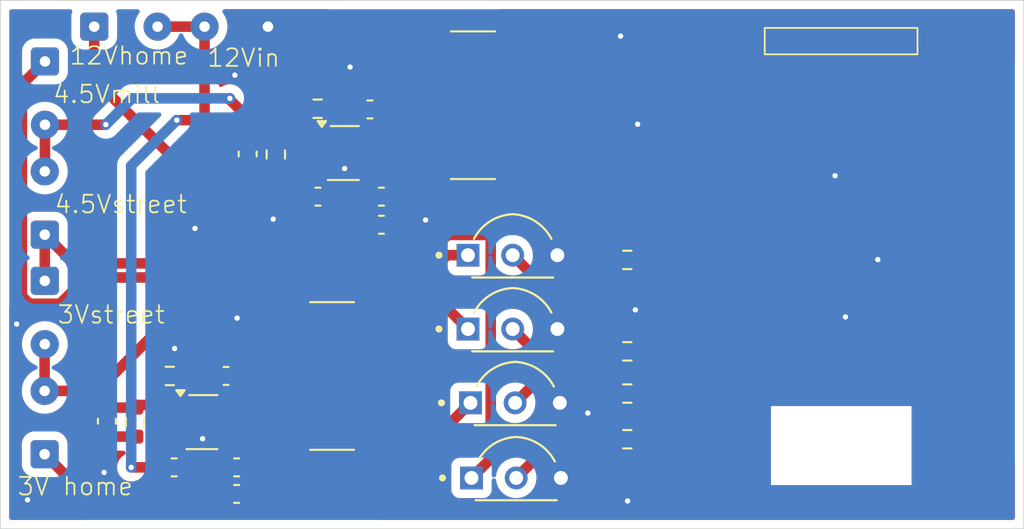
<source format=kicad_pcb>
(kicad_pcb (version 20241229) (generator "pcbnew") (generator_version "9.0")
  (layers (0 "F.Cu" signal) (2 "B.Cu" signal) (13 "F.Paste" user) (15 "B.Paste" user) (5 "F.SilkS" user "F.Silkscreen") (7 "B.SilkS" user "B.Silkscreen") (1 "F.Mask" user) (3 "B.Mask" user) (25 "Edge.Cuts" user))
  (net 0 "")
  (net 1 "GND")
  (net 2 "4.5V")
  (net 3 "Net-(U1-SW)")
  (net 4 "Net-(U1-BST)")
  (net 5 "Net-(U1-FB)")
  (net 6 "Net-(U2-SW)")
  (net 7 "Net-(U2-BST)")
  (net 8 "Net-(U2-FB)")
  (net 9 "Net-(Q1-B)")
  (net 10 "House 12V-")
  (net 11 "Net-(Q2-B)")
  (net 12 "Lanterns -")
  (net 13 "Net-(Q3-B)")
  (net 14 "Windmill -")
  (net 15 "Net-(Q4-B)")
  (net 16 "House 3V-")
  (net 17 "GPIO1")
  (net 18 "GPIO3")
  (net 19 "GPIO4")
  (net 31 "+12V")
  (net 32 "+3V0")
  (net 33 "GPIO5")
  (footprint "Capacitor_SMD:C_0603_1608Metric" (layer "F.Cu") (at 71.6 32.775 90)
    (property "Reference" "C4" (hide yes))
    (property "Value" "100pF" (hide yes))
    (fp_line (start -0.14058 -0.51) (end 0.14058 -0.51) (stroke (width 0.12)) (layer "F.SilkS"))
    (fp_line (start -0.14058 0.51) (end 0.14058 0.51) (stroke (width 0.12)) (layer "F.SilkS"))
    (pad "1" smd roundrect (at -0.775 0 90) (size 0.9 0.95) (layers "F.Cu" "F.Mask" "F.Paste") (net 2 "4.5V"))
    (pad "2" smd roundrect (at 0.775 0 90) (size 0.9 0.95) (layers "F.Cu" "F.Mask" "F.Paste") (net 5 "Net-(U1-FB)"))
  )
  (footprint "Connector_Wire:SolderWire-0.1sqmm_1x02_P3.6mm_D0.4mm_OD1mm" (layer "F.Cu") (at 60.06 49.85 90)
    (property "Reference" "J5" (hide yes))
    (property "Value" "Conn_01x02_Pin" (hide yes))
    (pad "1" thru_hole roundrect (at 0 0 90) (size 1.6 1.6) (drill 0.6) (layers "*.Cu" "*.Mask") (roundrect_rratio 0.15625) (net 16 "House 3V-"))
    (pad "2" thru_hole circle (at 3.6 0 90) (size 1.6 1.6) (drill 0.6) (layers "*.Cu" "*.Mask") (net 32 "+3V0"))
  )
  (footprint "Resistor_SMD:R_0603_1608Metric" (layer "F.Cu") (at 93.175 49 180)
    (property "Reference" "R5" (hide yes))
    (property "Value" "1K" (hide yes))
    (fp_line (start -0.237258 0.5225) (end 0.237258 0.5225) (stroke (width 0.12)) (layer "F.SilkS"))
    (fp_line (start -0.237258 -0.5225) (end 0.237258 -0.5225) (stroke (width 0.12)) (layer "F.SilkS"))
    (pad "1" smd roundrect (at -0.825 0 180) (size 0.8 0.95) (layers "F.Cu" "F.Mask" "F.Paste") (net 33 "GPIO5"))
    (pad "2" smd roundrect (at 0.825 0 180) (size 0.8 0.95) (layers "F.Cu" "F.Mask" "F.Paste") (net 9 "Net-(Q1-B)"))
  )
  (footprint "Capacitor_SMD:C_0603_1608Metric" (layer "F.Cu") (at 78.545 30.24 180)
    (property "Reference" "C3" (hide yes))
    (property "Value" "100nF" (hide yes))
    (fp_line (start -0.14058 0.51) (end 0.14058 0.51) (stroke (width 0.12)) (layer "F.SilkS"))
    (fp_line (start -0.14058 -0.51) (end 0.14058 -0.51) (stroke (width 0.12)) (layer "F.SilkS"))
    (pad "1" smd roundrect (at -0.775 0 180) (size 0.9 0.95) (layers "F.Cu" "F.Mask" "F.Paste") (net 3 "Net-(U1-SW)"))
    (pad "2" smd roundrect (at 0.775 0 180) (size 0.9 0.95) (layers "F.Cu" "F.Mask" "F.Paste") (net 4 "Net-(U1-BST)"))
  )
  (footprint "Resistor_SMD:R_0603_1608Metric" (layer "F.Cu") (at 65.2 48.025 90)
    (property "Reference" "R3" (hide yes))
    (property "Value" "27K" (hide yes))
    (fp_line (start -0.237258 -0.5225) (end 0.237258 -0.5225) (stroke (width 0.12)) (layer "F.SilkS"))
    (fp_line (start -0.237258 0.5225) (end 0.237258 0.5225) (stroke (width 0.12)) (layer "F.SilkS"))
    (pad "1" smd roundrect (at -0.825 0 90) (size 0.8 0.95) (layers "F.Cu" "F.Mask" "F.Paste") (net 32 "+3V0"))
    (pad "2" smd roundrect (at 0.825 0 90) (size 0.8 0.95) (layers "F.Cu" "F.Mask" "F.Paste") (net 8 "Net-(U2-FB)"))
  )
  (footprint "Package_TO_SOT_SMD:TSOT-23-6_HandSoldering" (layer "F.Cu") (at 77.033 32.6951)
    (property "Reference" "U1" (hide yes))
    (property "Value" "AP63200WU" (hide yes))
    (fp_line (start -0.88 1.56) (end 0.88 1.56) (stroke (width 0.12)) (layer "F.SilkS"))
    (fp_line (start 0.08 -1.51) (end -0.72 -1.51) (stroke (width 0.12)) (layer "F.SilkS"))
    (fp_line (start 0.08 -1.51) (end 0.88 -1.51) (stroke (width 0.12)) (layer "F.SilkS"))
    (fp_poly (pts (xy -1.22 -1.46) (xy -1.46 -1.79) (xy -0.98 -1.79) (xy -1.22 -1.46)) (stroke (width 0.12)) (fill yes) (layer "F.SilkS"))
    (pad "1" smd roundrect (at -1.71 -0.95) (size 2 0.65) (layers "F.Cu" "F.Mask" "F.Paste") (net 5 "Net-(U1-FB)"))
    (pad "2" smd roundrect (at -1.71 0) (size 2 0.65) (layers "F.Cu" "F.Mask" "F.Paste") (net 31 "+12V"))
    (pad "3" smd roundrect (at -1.71 0.95) (size 2 0.65) (layers "F.Cu" "F.Mask" "F.Paste") (net 31 "+12V"))
    (pad "4" smd roundrect (at 1.71 0.95) (size 2 0.65) (layers "F.Cu" "F.Mask" "F.Paste") (net 1 "GND"))
    (pad "5" smd roundrect (at 1.71 0) (size 2 0.65) (layers "F.Cu" "F.Mask" "F.Paste") (net 3 "Net-(U1-SW)"))
    (pad "6" smd roundrect (at 1.71 -0.95) (size 2 0.65) (layers "F.Cu" "F.Mask" "F.Paste") (net 4 "Net-(U1-BST)"))
  )
  (footprint "2n2222:TO92254P470H750-3" (layer "F.Cu") (at 86.66 40.4)
    (property "Reference" "Q3" (hide yes))
    (property "Value" "NPN")
    (fp_line (start -2.3 3.6) (end 2.3 3.6) (stroke (width 0.127)) (layer "F.SilkS"))
    (fp_arc (start -2.2 1.4) (mid -1.287564 0.405256) (end 0 0) (stroke (width 0.127)) (layer "F.SilkS"))
    (fp_arc (start 0 0) (mid 1.287564 0.405256) (end 2.2 1.4) (stroke (width 0.127)) (layer "F.SilkS"))
    (fp_circle (center -4.189 2.33) (end -4.089 2.33) (stroke (width 0.2)) (fill no) (layer "F.SilkS"))
    (pad "1" thru_hole rect (at -2.54 2.33) (size 1.298 1.298) (drill 0.79) (layers "*.Cu" "*.Mask") (net 14 "Windmill -"))
    (pad "2" thru_hole circle (at 0 2.33) (size 1.298 1.298) (drill 0.79) (layers "*.Cu" "*.Mask") (net 13 "Net-(Q3-B)"))
    (pad "3" thru_hole circle (at 2.54 2.33) (size 1.298 1.298) (drill 0.79) (layers "*.Cu" "*.Mask") (net 1 "GND"))
  )
  (footprint "Inductor_SMD:L_Bourns-SRN8040_8x8.15mm" (layer "F.Cu") (at 84.4 30)
    (property "Reference" "L1" (hide yes))
    (property "Value" "10uH" (hide yes))
    (fp_line (start -1.25 4.2) (end 1.25 4.2) (stroke (width 0.12)) (layer "F.SilkS"))
    (fp_line (start 1.25 -4.2) (end -1.25 -4.2) (stroke (width 0.12)) (layer "F.SilkS"))
    (pad "1" smd rect (at -2.8 0) (size 2.6 8.2) (layers "F.Cu" "F.Mask" "F.Paste") (net 3 "Net-(U1-SW)"))
    (pad "2" smd rect (at 2.8 0) (size 2.6 8.2) (layers "F.Cu" "F.Mask" "F.Paste") (net 2 "4.5V"))
  )
  (footprint "Capacitor_SMD:C_0603_1608Metric" (layer "F.Cu") (at 75.6 35.2)
    (property "Reference" "C1" (hide yes))
    (property "Value" "10uF" (hide yes))
    (fp_line (start -0.14058 -0.51) (end 0.14058 -0.51) (stroke (width 0.12)) (layer "F.SilkS"))
    (fp_line (start -0.14058 0.51) (end 0.14058 0.51) (stroke (width 0.12)) (layer "F.SilkS"))
    (pad "1" smd roundrect (at -0.775 0) (size 0.9 0.95) (layers "F.Cu" "F.Mask" "F.Paste") (net 31 "+12V"))
    (pad "2" smd roundrect (at 0.775 0) (size 0.9 0.95) (layers "F.Cu" "F.Mask" "F.Paste") (net 1 "GND"))
  )
  (footprint "2n2222:TO92254P470H750-3" (layer "F.Cu") (at 86.86 48.87)
    (property "Reference" "Q1" (hide yes))
    (property "Value" "NPN")
    (fp_line (start -2.3 3.6) (end 2.3 3.6) (stroke (width 0.127)) (layer "F.SilkS"))
    (fp_arc (start -2.2 1.4) (mid -1.287564 0.405256) (end 0 0) (stroke (width 0.127)) (layer "F.SilkS"))
    (fp_arc (start 0 0) (mid 1.287564 0.405256) (end 2.2 1.4) (stroke (width 0.127)) (layer "F.SilkS"))
    (fp_circle (center -4.189 2.33) (end -4.089 2.33) (stroke (width 0.2)) (fill no) (layer "F.SilkS"))
    (pad "1" thru_hole rect (at -2.54 2.33) (size 1.298 1.298) (drill 0.79) (layers "*.Cu" "*.Mask") (net 10 "House 12V-"))
    (pad "2" thru_hole circle (at 0 2.33) (size 1.298 1.298) (drill 0.79) (layers "*.Cu" "*.Mask") (net 9 "Net-(Q1-B)"))
    (pad "3" thru_hole circle (at 2.54 2.33) (size 1.298 1.298) (drill 0.79) (layers "*.Cu" "*.Mask") (net 1 "GND"))
  )
  (footprint "Inductor_SMD:L_Bourns-SRN8040_8x8.15mm" (layer "F.Cu") (at 76.4 45.4)
    (property "Reference" "L2" (hide yes))
    (property "Value" "10uH" (hide yes))
    (fp_line (start -1.25 4.2) (end 1.25 4.2) (stroke (width 0.12)) (layer "F.SilkS"))
    (fp_line (start 1.25 -4.2) (end -1.25 -4.2) (stroke (width 0.12)) (layer "F.SilkS"))
    (pad "1" smd rect (at -2.8 0) (size 2.6 8.2) (layers "F.Cu" "F.Mask" "F.Paste") (net 6 "Net-(U2-SW)"))
    (pad "2" smd rect (at 2.8 0) (size 2.6 8.2) (layers "F.Cu" "F.Mask" "F.Paste") (net 32 "+3V0"))
  )
  (footprint "Connector_Wire:SolderWire-0.1sqmm_1x02_P3.6mm_D0.4mm_OD1mm" (layer "F.Cu") (at 62.88 25.53)
    (property "Reference" "J1" (hide yes))
    (property "Value" "Conn_01x02_Pin" (hide yes))
    (pad "1" thru_hole roundrect (at 0 0) (size 1.6 1.6) (drill 0.6) (layers "*.Cu" "*.Mask") (roundrect_rratio 0.15625) (net 10 "House 12V-"))
    (pad "2" thru_hole circle (at 3.6 0) (size 1.6 1.6) (drill 0.6) (layers "*.Cu" "*.Mask") (net 31 "+12V"))
  )
  (footprint "Capacitor_SMD:C_0603_1608Metric" (layer "F.Cu") (at 79.2 35.2 180)
    (property "Reference" "C2" (hide yes))
    (property "Value" "22uF" (hide yes))
    (fp_line (start -0.14058 0.51) (end 0.14058 0.51) (stroke (width 0.12)) (layer "F.SilkS"))
    (fp_line (start -0.14058 -0.51) (end 0.14058 -0.51) (stroke (width 0.12)) (layer "F.SilkS"))
    (pad "1" smd roundrect (at -0.775 0 180) (size 0.9 0.95) (layers "F.Cu" "F.Mask" "F.Paste") (net 2 "4.5V"))
    (pad "2" smd roundrect (at 0.775 0 180) (size 0.9 0.95) (layers "F.Cu" "F.Mask" "F.Paste") (net 1 "GND"))
  )
  (footprint "Resistor_SMD:R_0603_1608Metric" (layer "F.Cu") (at 93.175 38.8 180)
    (property "Reference" "R6" (hide yes))
    (property "Value" "1K" (hide yes))
    (fp_line (start -0.237258 0.5225) (end 0.237258 0.5225) (stroke (width 0.12)) (layer "F.SilkS"))
    (fp_line (start -0.237258 -0.5225) (end 0.237258 -0.5225) (stroke (width 0.12)) (layer "F.SilkS"))
    (pad "1" smd roundrect (at -0.825 0 180) (size 0.8 0.95) (layers "F.Cu" "F.Mask" "F.Paste") (net 17 "GPIO1"))
    (pad "2" smd roundrect (at 0.825 0 180) (size 0.8 0.95) (layers "F.Cu" "F.Mask" "F.Paste") (net 11 "Net-(Q2-B)"))
  )
  (footprint "Connector_Wire:SolderWire-0.1sqmm_1x02_P3.6mm_D0.4mm_OD1mm" (layer "F.Cu") (at 60.07 39.99 -90)
    (property "Reference" "J3" (hide yes))
    (property "Value" "Conn_01x02_Pin" (hide yes))
    (pad "1" thru_hole roundrect (at 0 0 270) (size 1.6 1.6) (drill 0.6) (layers "*.Cu" "*.Mask") (roundrect_rratio 0.15625) (net 12 "Lanterns -"))
    (pad "2" thru_hole circle (at 3.6 0 270) (size 1.6 1.6) (drill 0.6) (layers "*.Cu" "*.Mask") (net 32 "+3V0"))
  )
  (footprint "Capacitor_SMD:C_0603_1608Metric" (layer "F.Cu") (at 70.975 50.6 180)
    (property "Reference" "C2.1" (hide yes))
    (property "Value" "22uF" (hide yes))
    (fp_line (start -0.14058 0.51) (end 0.14058 0.51) (stroke (width 0.12)) (layer "F.SilkS"))
    (fp_line (start -0.14058 -0.51) (end 0.14058 -0.51) (stroke (width 0.12)) (layer "F.SilkS"))
    (pad "1" smd roundrect (at -0.775 0 180) (size 0.9 0.95) (layers "F.Cu" "F.Mask" "F.Paste") (net 32 "+3V0"))
    (pad "2" smd roundrect (at 0.775 0 180) (size 0.9 0.95) (layers "F.Cu" "F.Mask" "F.Paste") (net 1 "GND"))
  )
  (footprint "Resistor_SMD:R_0603_1608Metric" (layer "F.Cu") (at 67.175 45.4)
    (property "Reference" "R4" (hide yes))
    (property "Value" "10k" (hide yes))
    (fp_line (start -0.237258 -0.5225) (end 0.237258 -0.5225) (stroke (width 0.12)) (layer "F.SilkS"))
    (fp_line (start -0.237258 0.5225) (end 0.237258 0.5225) (stroke (width 0.12)) (layer "F.SilkS"))
    (pad "1" smd roundrect (at -0.825 0) (size 0.8 0.95) (layers "F.Cu" "F.Mask" "F.Paste") (net 8 "Net-(U2-FB)"))
    (pad "2" smd roundrect (at 0.825 0) (size 0.8 0.95) (layers "F.Cu" "F.Mask" "F.Paste") (net 1 "GND"))
  )
  (footprint "Capacitor_SMD:C_0603_1608Metric" (layer "F.Cu") (at 70.375 45.4 180)
    (property "Reference" "C6" (hide yes))
    (property "Value" "100nF" (hide yes))
    (fp_line (start -0.14058 0.51) (end 0.14058 0.51) (stroke (width 0.12)) (layer "F.SilkS"))
    (fp_line (start -0.14058 -0.51) (end 0.14058 -0.51) (stroke (width 0.12)) (layer "F.SilkS"))
    (pad "1" smd roundrect (at -0.775 0 180) (size 0.9 0.95) (layers "F.Cu" "F.Mask" "F.Paste") (net 6 "Net-(U2-SW)"))
    (pad "2" smd roundrect (at 0.775 0 180) (size 0.9 0.95) (layers "F.Cu" "F.Mask" "F.Paste") (net 7 "Net-(U2-BST)"))
  )
  (footprint "Capacitor_SMD:C_0603_1608Metric" (layer "F.Cu") (at 79.2 36.8 180)
    (property "Reference" "C2.2" (hide yes))
    (property "Value" "22uF" (hide yes))
    (fp_line (start -0.14058 0.51) (end 0.14058 0.51) (stroke (width 0.12)) (layer "F.SilkS"))
    (fp_line (start -0.14058 -0.51) (end 0.14058 -0.51) (stroke (width 0.12)) (layer "F.SilkS"))
    (pad "1" smd roundrect (at -0.775 0 180) (size 0.9 0.95) (layers "F.Cu" "F.Mask" "F.Paste") (net 2 "4.5V"))
    (pad "2" smd roundrect (at 0.775 0 180) (size 0.9 0.95) (layers "F.Cu" "F.Mask" "F.Paste") (net 1 "GND"))
  )
  (footprint "esp32 c6:Waveshare-ESP32-C6-Zero" (layer "F.Cu") (at 104.8338 38.604)
    (property "Reference" "U3" (hide yes))
    (property "Value" "~" (hide yes))
    (fp_rect (start -3.85 -11.5) (end 4.83 -13) (stroke (width 0.1)) (fill no) (layer "F.SilkS"))
    (pad "1" smd rect (at -7.74 -9.91) (size 3 1.5) (layers "F.Cu" "F.Mask" "F.Paste") (net 2 "4.5V"))
    (pad "2" smd rect (at -7.74 -7.37) (size 3 1.5) (layers "F.Cu" "F.Mask" "F.Paste") (net 1 "GND"))
    (pad "3" smd rect (at -7.74 -4.83) (size 3 1.5) (layers "F.Cu" "F.Mask" "F.Paste"))
    (pad "4" smd rect (at -7.74 -2.29) (size 3 1.5) (layers "F.Cu" "F.Mask" "F.Paste"))
    (pad "5" smd rect (at -7.74 0.25) (size 3 1.5) (layers "F.Cu" "F.Mask" "F.Paste") (net 17 "GPIO1"))
    (pad "6" smd rect (at -7.74 2.79) (size 3 1.5) (layers "F.Cu" "F.Mask" "F.Paste"))
    (pad "7" smd rect (at -7.74 5.33) (size 3 1.5) (layers "F.Cu" "F.Mask" "F.Paste") (net 18 "GPIO3"))
    (pad "8" smd rect (at -7.74 7.87) (size 3 1.5) (layers "F.Cu" "F.Mask" "F.Paste") (net 19 "GPIO4"))
    (pad "9" smd rect (at -7.74 10.41) (size 3 1.5) (layers "F.Cu" "F.Mask" "F.Paste") (net 33 "GPIO5"))
    (pad "10" smd rect (at 8.75 10.41) (size 3 1.5) (layers "F.Cu" "F.Mask" "F.Paste"))
    (pad "11" smd rect (at 8.75 7.87) (size 3 1.5) (layers "F.Cu" "F.Mask" "F.Paste"))
    (pad "12" smd rect (at 8.75 5.33) (size 3 1.5) (layers "F.Cu" "F.Mask" "F.Paste"))
    (pad "13" smd rect (at 8.75 2.79) (size 3 1.5) (layers "F.Cu" "F.Mask" "F.Paste"))
    (pad "14" smd rect (at 8.75 0.25) (size 3 1.5) (layers "F.Cu" "F.Mask" "F.Paste"))
    (pad "15" smd rect (at 8.75 -2.29) (size 3 1.5) (layers "F.Cu" "F.Mask" "F.Paste"))
    (pad "16" smd rect (at 8.75 -4.83) (size 3 1.5) (layers "F.Cu" "F.Mask" "F.Paste"))
    (pad "17" smd rect (at 8.75 -7.37) (size 3 1.5) (layers "F.Cu" "F.Mask" "F.Paste"))
    (pad "18" smd rect (at 8.75 -9.91) (size 3 1.5) (layers "F.Cu" "F.Mask" "F.Paste"))
    (zone (net 0) (net_name "") (layers "F.Cu" "B.Cu") (connect_pads (clearance 0)) (min_thickness 0.25)
      (keepout (tracks not_allowed) (vias not_allowed) (pads not_allowed) (copperpour not_allowed) (footprints not_allowed))
      (fill (thermal_gap 0.5) (thermal_bridge_width 0.5))
      (polygon (pts (xy 101.3338 47.104) (xy 109.3338 47.104) (xy 109.3338 51.604) (xy 101.3338 51.604)))
    )
  )
  (footprint "2n2222:TO92254P470H750-3" (layer "F.Cu") (at 86.8 44.6)
    (property "Reference" "Q4" (hide yes))
    (property "Value" "NPN")
    (fp_line (start -2.3 3.6) (end 2.3 3.6) (stroke (width 0.127)) (layer "F.SilkS"))
    (fp_arc (start -2.2 1.4) (mid -1.287564 0.405256) (end 0 0) (stroke (width 0.127)) (layer "F.SilkS"))
    (fp_arc (start 0 0) (mid 1.287564 0.405256) (end 2.2 1.4) (stroke (width 0.127)) (layer "F.SilkS"))
    (fp_circle (center -4.189 2.33) (end -4.089 2.33) (stroke (width 0.2)) (fill no) (layer "F.SilkS"))
    (pad "1" thru_hole rect (at -2.54 2.33) (size 1.298 1.298) (drill 0.79) (layers "*.Cu" "*.Mask") (net 16 "House 3V-"))
    (pad "2" thru_hole circle (at 0 2.33) (size 1.298 1.298) (drill 0.79) (layers "*.Cu" "*.Mask") (net 15 "Net-(Q4-B)"))
    (pad "3" thru_hole circle (at 2.54 2.33) (size 1.298 1.298) (drill 0.79) (layers "*.Cu" "*.Mask") (net 1 "GND"))
  )
  (footprint "Capacitor_SMD:C_0603_1608Metric" (layer "F.Cu") (at 63.6 47.975 90)
    (property "Reference" "C7" (hide yes))
    (property "Value" "100pF" (hide yes))
    (fp_line (start -0.14058 -0.51) (end 0.14058 -0.51) (stroke (width 0.12)) (layer "F.SilkS"))
    (fp_line (start -0.14058 0.51) (end 0.14058 0.51) (stroke (width 0.12)) (layer "F.SilkS"))
    (pad "1" smd roundrect (at -0.775 0 90) (size 0.9 0.95) (layers "F.Cu" "F.Mask" "F.Paste") (net 32 "+3V0"))
    (pad "2" smd roundrect (at 0.775 0 90) (size 0.9 0.95) (layers "F.Cu" "F.Mask" "F.Paste") (net 8 "Net-(U2-FB)"))
  )
  (footprint "Resistor_SMD:R_0603_1608Metric" (layer "F.Cu") (at 93.175 46.4 180)
    (property "Reference" "R8" (hide yes))
    (property "Value" "1K" (hide yes))
    (fp_line (start -0.237258 0.5225) (end 0.237258 0.5225) (stroke (width 0.12)) (layer "F.SilkS"))
    (fp_line (start -0.237258 -0.5225) (end 0.237258 -0.5225) (stroke (width 0.12)) (layer "F.SilkS"))
    (pad "1" smd roundrect (at -0.825 0 180) (size 0.8 0.95) (layers "F.Cu" "F.Mask" "F.Paste") (net 19 "GPIO4"))
    (pad "2" smd roundrect (at 0.825 0 180) (size 0.8 0.95) (layers "F.Cu" "F.Mask" "F.Paste") (net 15 "Net-(Q4-B)"))
  )
  (footprint "Resistor_SMD:R_0603_1608Metric" (layer "F.Cu") (at 93.175 44 180)
    (property "Reference" "R7" (hide yes))
    (property "Value" "1K" (hide yes))
    (fp_line (start -0.237258 0.5225) (end 0.237258 0.5225) (stroke (width 0.12)) (layer "F.SilkS"))
    (fp_line (start -0.237258 -0.5225) (end 0.237258 -0.5225) (stroke (width 0.12)) (layer "F.SilkS"))
    (pad "1" smd roundrect (at -0.825 0 180) (size 0.8 0.95) (layers "F.Cu" "F.Mask" "F.Paste") (net 18 "GPIO3"))
    (pad "2" smd roundrect (at 0.825 0 180) (size 0.8 0.95) (layers "F.Cu" "F.Mask" "F.Paste") (net 13 "Net-(Q3-B)"))
  )
  (footprint "Resistor_SMD:R_0603_1608Metric" (layer "F.Cu") (at 73.2 32.8 90)
    (property "Reference" "R1" (hide yes))
    (property "Value" "51K" (hide yes))
    (fp_line (start -0.237258 -0.5225) (end 0.237258 -0.5225) (stroke (width 0.12)) (layer "F.SilkS"))
    (fp_line (start -0.237258 0.5225) (end 0.237258 0.5225) (stroke (width 0.12)) (layer "F.SilkS"))
    (pad "1" smd roundrect (at -0.825 0 90) (size 0.8 0.95) (layers "F.Cu" "F.Mask" "F.Paste") (net 2 "4.5V"))
    (pad "2" smd roundrect (at 0.825 0 90) (size 0.8 0.95) (layers "F.Cu" "F.Mask" "F.Paste") (net 5 "Net-(U1-FB)"))
  )
  (footprint "Connector_Wire:SolderWire-0.1sqmm_1x02_P3.6mm_D0.4mm_OD1mm" (layer "F.Cu") (at 72.75 25.53 180)
    (property "Reference" "J6" (hide yes))
    (property "Value" "Conn_01x02_Pin" (hide yes))
    (pad "1" thru_hole roundrect (at 0 0 180) (size 1.6 1.6) (drill 0.6) (layers "*.Cu" "*.Mask") (roundrect_rratio 0.15625) (net 1 "GND"))
    (pad "2" thru_hole circle (at 3.6 0 180) (size 1.6 1.6) (drill 0.6) (layers "*.Cu" "*.Mask") (net 31 "+12V"))
  )
  (footprint "Capacitor_SMD:C_0603_1608Metric" (layer "F.Cu") (at 70.975 52.11 180)
    (property "Reference" "C8" (hide yes))
    (property "Value" "22uF" (hide yes))
    (fp_line (start -0.14058 0.51) (end 0.14058 0.51) (stroke (width 0.12)) (layer "F.SilkS"))
    (fp_line (start -0.14058 -0.51) (end 0.14058 -0.51) (stroke (width 0.12)) (layer "F.SilkS"))
    (pad "1" smd roundrect (at -0.775 0 180) (size 0.9 0.95) (layers "F.Cu" "F.Mask" "F.Paste") (net 32 "+3V0"))
    (pad "2" smd roundrect (at 0.775 0 180) (size 0.9 0.95) (layers "F.Cu" "F.Mask" "F.Paste") (net 1 "GND"))
  )
  (footprint "Connector_Wire:SolderWire-0.1sqmm_1x02_P3.6mm_D0.4mm_OD1mm" (layer "F.Cu") (at 60.08 27.51 -90)
    (property "Reference" "J4" (hide yes))
    (property "Value" "Conn_01x02_Pin" (hide yes))
    (pad "1" thru_hole roundrect (at 0 0 270) (size 1.6 1.6) (drill 0.6) (layers "*.Cu" "*.Mask") (roundrect_rratio 0.15625) (net 14 "Windmill -"))
    (pad "2" thru_hole circle (at 3.6 0 270) (size 1.6 1.6) (drill 0.6) (layers "*.Cu" "*.Mask") (net 2 "4.5V"))
  )
  (footprint "Capacitor_SMD:C_0603_1608Metric" (layer "F.Cu") (at 67.425 50.6)
    (property "Reference" "C5" (hide yes))
    (property "Value" "10uF" (hide yes))
    (fp_line (start -0.14058 -0.51) (end 0.14058 -0.51) (stroke (width 0.12)) (layer "F.SilkS"))
    (fp_line (start -0.14058 0.51) (end 0.14058 0.51) (stroke (width 0.12)) (layer "F.SilkS"))
    (pad "1" smd roundrect (at -0.775 0) (size 0.9 0.95) (layers "F.Cu" "F.Mask" "F.Paste") (net 31 "+12V"))
    (pad "2" smd roundrect (at 0.775 0) (size 0.9 0.95) (layers "F.Cu" "F.Mask" "F.Paste") (net 1 "GND"))
  )
  (footprint "2n2222:TO92254P470H750-3" (layer "F.Cu") (at 86.66 36.2)
    (property "Reference" "Q2" (hide yes))
    (property "Value" "NPN")
    (fp_line (start -2.3 3.6) (end 2.3 3.6) (stroke (width 0.127)) (layer "F.SilkS"))
    (fp_arc (start -2.2 1.4) (mid -1.287564 0.405256) (end 0 0) (stroke (width 0.127)) (layer "F.SilkS"))
    (fp_arc (start 0 0) (mid 1.287564 0.405256) (end 2.2 1.4) (stroke (width 0.127)) (layer "F.SilkS"))
    (fp_circle (center -4.189 2.33) (end -4.089 2.33) (stroke (width 0.2)) (fill no) (layer "F.SilkS"))
    (pad "1" thru_hole rect (at -2.54 2.33) (size 1.298 1.298) (drill 0.79) (layers "*.Cu" "*.Mask") (net 12 "Lanterns -"))
    (pad "2" thru_hole circle (at 0 2.33) (size 1.298 1.298) (drill 0.79) (layers "*.Cu" "*.Mask") (net 11 "Net-(Q2-B)"))
    (pad "3" thru_hole circle (at 2.54 2.33) (size 1.298 1.298) (drill 0.79) (layers "*.Cu" "*.Mask") (net 1 "GND"))
  )
  (footprint "Connector_Wire:SolderWire-0.1sqmm_1x02_P3.6mm_D0.4mm_OD1mm" (layer "F.Cu") (at 60.07 37.3628 90)
    (property "Reference" "J2" (hide yes))
    (property "Value" "Conn_01x02_Pin" (hide yes))
    (pad "1" thru_hole roundrect (at 0 0 90) (size 1.6 1.6) (drill 0.6) (layers "*.Cu" "*.Mask") (roundrect_rratio 0.15625) (net 12 "Lanterns -"))
    (pad "2" thru_hole circle (at 3.6 0 90) (size 1.6 1.6) (drill 0.6) (layers "*.Cu" "*.Mask") (net 2 "4.5V"))
  )
  (footprint "Package_TO_SOT_SMD:TSOT-23-6_HandSoldering" (layer "F.Cu") (at 69 48)
    (property "Reference" "U2" (hide yes))
    (property "Value" "AP63200WU" (hide yes))
    (fp_line (start -0.88 1.56) (end 0.88 1.56) (stroke (width 0.12)) (layer "F.SilkS"))
    (fp_line (start 0.08 -1.51) (end -0.72 -1.51) (stroke (width 0.12)) (layer "F.SilkS"))
    (fp_line (start 0.08 -1.51) (end 0.88 -1.51) (stroke (width 0.12)) (layer "F.SilkS"))
    (fp_poly (pts (xy -1.22 -1.46) (xy -1.46 -1.79) (xy -0.98 -1.79) (xy -1.22 -1.46)) (stroke (width 0.12)) (fill yes) (layer "F.SilkS"))
    (pad "1" smd roundrect (at -1.71 -0.95) (size 2 0.65) (layers "F.Cu" "F.Mask" "F.Paste") (net 8 "Net-(U2-FB)"))
    (pad "2" smd roundrect (at -1.71 0) (size 2 0.65) (layers "F.Cu" "F.Mask" "F.Paste") (net 31 "+12V"))
    (pad "3" smd roundrect (at -1.71 0.95) (size 2 0.65) (layers "F.Cu" "F.Mask" "F.Paste") (net 31 "+12V"))
    (pad "4" smd roundrect (at 1.71 0.95) (size 2 0.65) (layers "F.Cu" "F.Mask" "F.Paste") (net 1 "GND"))
    (pad "5" smd roundrect (at 1.71 0) (size 2 0.65) (layers "F.Cu" "F.Mask" "F.Paste") (net 6 "Net-(U2-SW)"))
    (pad "6" smd roundrect (at 1.71 -0.95) (size 2 0.65) (layers "F.Cu" "F.Mask" "F.Paste") (net 7 "Net-(U2-BST)"))
  )
  (footprint "Resistor_SMD:R_0603_1608Metric" (layer "F.Cu") (at 75.575 30.2)
    (property "Reference" "R2" (hide yes))
    (property "Value" "10k" (hide yes))
    (fp_line (start -0.237258 -0.5225) (end 0.237258 -0.5225) (stroke (width 0.12)) (layer "F.SilkS"))
    (fp_line (start -0.237258 0.5225) (end 0.237258 0.5225) (stroke (width 0.12)) (layer "F.SilkS"))
    (pad "1" smd roundrect (at -0.825 0) (size 0.8 0.95) (layers "F.Cu" "F.Mask" "F.Paste") (net 5 "Net-(U1-FB)"))
    (pad "2" smd roundrect (at 0.825 0) (size 0.8 0.95) (layers "F.Cu" "F.Mask" "F.Paste") (net 1 "GND"))
  )
  (gr_rect (start 57.55 24.04) (end 115.7 54.09) (stroke (width 0.05)) (fill no) (layer "Edge.Cuts"))
  (gr_text "4.5Vmill\n" (at 60.47 29.96 0) (layer "F.SilkS") (effects (font (size 1 1) (thickness 0.1)) (justify left bottom)))
  (gr_text "3V home\n" (at 58.45 52.27 0) (layer "F.SilkS") (effects (font (size 1 1) (thickness 0.1)) (justify left bottom)))
  (gr_text "12Vhome\n" (at 61.41 27.77 0) (layer "F.SilkS") (effects (font (size 1 1) (thickness 0.1)) (justify left bottom)))
  (gr_text "12Vin\n" (at 69.23 27.89 0) (layer "F.SilkS") (effects (font (size 1 1) (thickness 0.1)) (justify left bottom)))
  (gr_text "4.5Vstreet\n" (at 60.56 36.22 0) (layer "F.SilkS") (effects (font (size 1 1) (thickness 0.1)) (justify left bottom)))
  (gr_text "3Vstreet\n" (at 60.73 42.5 0) (layer "F.SilkS") (effects (font (size 1 1) (thickness 0.1)) (justify left bottom)))
  (via (at 92.79 26.07) (size 0.6) (drill 0.3) (layers "F.Cu" "B.Cu") (net 1))
  (via (at 90.93 47.51) (size 0.6) (drill 0.3) (layers "F.Cu" "B.Cu") (net 1))
  (via (at 93.63 41.64) (size 0.6) (drill 0.3) (layers "F.Cu" "B.Cu") (net 1))
  (via (at 77.42 27.83) (size 0.6) (drill 0.3) (layers "F.Cu" "B.Cu") (net 1))
  (via (at 93.19 52.51) (size 0.6) (drill 0.3) (layers "F.Cu" "B.Cu") (net 1))
  (via (at 69.04 48.97) (size 0.6) (drill 0.3) (layers "F.Cu" "B.Cu") (net 1))
  (via (at 59.09 52.45) (size 0.6) (drill 0.3) (layers "F.Cu" "B.Cu") (net 1))
  (via (at 58.47 42.45) (size 0.6) (drill 0.3) (layers "F.Cu" "B.Cu") (net 1))
  (via (at 105.57 42.04) (size 0.6) (drill 0.3) (layers "F.Cu" "B.Cu") (net 1))
  (via (at 70.87 28.29) (size 0.6) (drill 0.3) (layers "F.Cu" "B.Cu") (net 1))
  (via (at 63.44 50.89) (size 0.6) (drill 0.3) (layers "F.Cu" "B.Cu") (net 1))
  (via (at 81.71 36.53) (size 0.6) (drill 0.3) (layers "F.Cu" "B.Cu") (net 1))
  (via (at 73.05 36.48) (size 0.6) (drill 0.3) (layers "F.Cu" "B.Cu") (net 1))
  (via (at 104.98 34.01) (size 0.6) (drill 0.3) (layers "F.Cu" "B.Cu") (net 1))
  (via (at 93.76 31.08) (size 0.6) (drill 0.3) (layers "F.Cu" "B.Cu") (net 1))
  (via (at 68.6054 37.0078) (size 0.6) (drill 0.3) (layers "F.Cu" "B.Cu") (net 1))
  (via (at 67.45 43.84) (size 0.6) (drill 0.3) (layers "F.Cu" "B.Cu") (net 1))
  (via (at 77.11 33.6) (size 0.6) (drill 0.3) (layers "F.Cu" "B.Cu") (net 1))
  (via (at 107.41 38.78) (size 0.6) (drill 0.3) (layers "F.Cu" "B.Cu") (net 1))
  (via (at 71 42.11) (size 0.6) (drill 0.3) (layers "F.Cu" "B.Cu") (net 1))
  (segment (start 87.2 32.8) (end 84.8 35.2) (width 0.6) (layer "F.Cu") (net 2))
  (segment (start 60.08 31.11) (end 60.08 33.7528) (width 0.6) (layer "F.Cu") (net 2))
  (segment (start 71.496023 30.596023) (end 76.892046 25.2) (width 0.6) (layer "F.Cu") (net 2))
  (segment (start 60.08 33.7528) (end 60.07 33.7628) (width 0.6) (layer "F.Cu") (net 2))
  (segment (start 97.0938 28.694) (end 88.506 28.694) (width 0.6) (layer "F.Cu") (net 2))
  (segment (start 87.2 30) (end 87.2 27.2) (width 0.6) (layer "F.Cu") (net 2))
  (segment (start 70.59 29.69) (end 71.496023 30.596023) (width 0.6) (layer "F.Cu") (net 2))
  (segment (start 71.6 33.55) (end 73.125 33.55) (width 0.6) (layer "F.Cu") (net 2))
  (segment (start 70.624 31.468046) (end 71.496023 30.596023) (width 0.6) (layer "F.Cu") (net 2))
  (segment (start 87.2 27.2) (end 85.2 25.2) (width 0.6) (layer "F.Cu") (net 2))
  (segment (start 79.975 35.2) (end 79.975 36.8) (width 0.6) (layer "F.Cu") (net 2))
  (segment (start 87.2 30) (end 87.2 32.8) (width 0.6) (layer "F.Cu") (net 2))
  (segment (start 63.53 31.11) (end 63.54 31.1) (width 0.6) (layer "F.Cu") (net 2))
  (segment (start 73.125 33.55) (end 73.2 33.625) (width 0.6) (layer "F.Cu") (net 2))
  (segment (start 70.624 32.574) (end 70.624 31.468046) (width 0.6) (layer "F.Cu") (net 2))
  (segment (start 76.892046 25.2) (end 85.2 25.2) (width 0.6) (layer "F.Cu") (net 2))
  (segment (start 88.506 28.694) (end 87.2 30) (width 0.6) (layer "F.Cu") (net 2))
  (segment (start 70.59 29.61) (end 70.59 29.69) (width 0.6) (layer "F.Cu") (net 2))
  (segment (start 60.08 31.11) (end 63.53 31.11) (width 0.6) (layer "F.Cu") (net 2))
  (segment (start 71.6 33.55) (end 70.624 32.574) (width 0.6) (layer "F.Cu") (net 2))
  (segment (start 84.8 35.2) (end 79.975 35.2) (width 0.6) (layer "F.Cu") (net 2))
  (via (at 70.59 29.61) (size 0.6) (drill 0.3) (layers "F.Cu" "B.Cu") (net 2))
  (via (at 63.54 31.1) (size 0.6) (drill 0.3) (layers "F.Cu" "B.Cu") (net 2))
  (segment (start 65.03 29.61) (end 70.59 29.61) (width 0.6) (layer "B.Cu") (net 2))
  (segment (start 63.54 31.1) (end 65.03 29.61) (width 0.6) (layer "B.Cu") (net 2))
  (segment (start 81.6 30) (end 81.6 32.66) (width 0.6) (layer "F.Cu") (net 3))
  (segment (start 79.32 30.24) (end 81.36 30.24) (width 0.6) (layer "F.Cu") (net 3))
  (segment (start 78.743 32.6951) (end 80.2151 32.6951) (width 0.6) (layer "F.Cu") (net 3))
  (segment (start 81.6 32.66) (end 81.57 32.69) (width 0.6) (layer "F.Cu") (net 3))
  (segment (start 80.2151 32.6951) (end 80.2202 32.69) (width 0.6) (layer "F.Cu") (net 3))
  (segment (start 80.2202 32.69) (end 81.57 32.69) (width 0.6) (layer "F.Cu") (net 3))
  (segment (start 81.36 30.24) (end 81.6 30) (width 0.6) (layer "F.Cu") (net 3))
  (segment (start 77.825 30.8271) (end 77.825 30.4) (width 0.6) (layer "F.Cu") (net 4))
  (segment (start 78.743 31.7451) (end 77.825 30.8271) (width 0.6) (layer "F.Cu") (net 4))
  (segment (start 73.2 31.75) (end 74.75 30.2) (width 0.6) (layer "F.Cu") (net 5))
  (segment (start 73.2 31.975) (end 73.2 31.75) (width 0.6) (layer "F.Cu") (net 5))
  (segment (start 73.4299 31.7451) (end 75.323 31.7451) (width 0.6) (layer "F.Cu") (net 5))
  (segment (start 73.2 31.975) (end 73.4299 31.7451) (width 0.6) (layer "F.Cu") (net 5))
  (segment (start 73.175 32) (end 73.2 31.975) (width 0.6) (layer "F.Cu") (net 5))
  (segment (start 71.6 32) (end 73.175 32) (width 0.6) (layer "F.Cu") (net 5))
  (segment (start 71.702834 48) (end 72.211 47.491834) (width 0.6) (layer "F.Cu") (net 6))
  (segment (start 72.211 45.611) (end 72 45.4) (width 0.6) (layer "F.Cu") (net 6))
  (segment (start 70.71 48) (end 71.702834 48) (width 0.6) (layer "F.Cu") (net 6))
  (segment (start 72.211 47.491834) (end 72.211 45.611) (width 0.6) (layer "F.Cu") (net 6))
  (segment (start 72 45.4) (end 73.6 45.4) (width 0.6) (layer "F.Cu") (net 6))
  (segment (start 71.15 45.4) (end 72 45.4) (width 0.6) (layer "F.Cu") (net 6))
  (segment (start 69.6 45.94) (end 70.71 47.05) (width 0.6) (layer "F.Cu") (net 7))
  (segment (start 69.6 45.4) (end 69.6 45.94) (width 0.6) (layer "F.Cu") (net 7))
  (segment (start 63.6 47.2) (end 65.2 47.2) (width 0.6) (layer "F.Cu") (net 8))
  (segment (start 65.2 47.2) (end 65.35 47.05) (width 0.6) (layer "F.Cu") (net 8))
  (segment (start 66.35 45.4) (end 66.35 46.9) (width 0.6) (layer "F.Cu") (net 8))
  (segment (start 65.35 47.05) (end 66.2 47.05) (width 0.6) (layer "F.Cu") (net 8))
  (segment (start 66.35 46.9) (end 66.2 47.05) (width 0.6) (layer "F.Cu") (net 8))
  (segment (start 66.2 47.05) (end 67.29 47.05) (width 0.6) (layer "F.Cu") (net 8))
  (segment (start 92.35 49) (end 89.06 49) (width 0.6) (layer "F.Cu") (net 9))
  (segment (start 89.06 49) (end 86.86 51.2) (width 0.6) (layer "F.Cu") (net 9))
  (segment (start 82.574 37.776) (end 82.97 37.38) (width 0.6) (layer "F.Cu") (net 10))
  (segment (start 85.27 37.38) (end 85.41 37.52) (width 0.6) (layer "F.Cu") (net 10))
  (segment (start 72.136998 37.776) (end 82.574 37.776) (width 0.6) (layer "F.Cu") (net 10))
  (segment (start 82.97 37.38) (end 85.27 37.38) (width 0.6) (layer "F.Cu") (net 10))
  (segment (start 85.41 37.52) (end 85.41 50.11) (width 0.6) (layer "F.Cu") (net 10))
  (segment (start 62.88 28.519002) (end 72.136998 37.776) (width 0.6) (layer "F.Cu") (net 10))
  (segment (start 85.41 50.11) (end 84.32 51.2) (width 0.6) (layer "F.Cu") (net 10))
  (segment (start 62.88 25.53) (end 62.88 28.519002) (width 0.6) (layer "F.Cu") (net 10))
  (segment (start 87.81 39.68) (end 86.66 38.53) (width 0.6) (layer "F.Cu") (net 11))
  (segment (start 91.47 39.68) (end 87.81 39.68) (width 0.6) (layer "F.Cu") (net 11))
  (segment (start 92.35 38.8) (end 91.47 39.68) (width 0.6) (layer "F.Cu") (net 11))
  (segment (start 82.458 38.998) (end 82.46 39) (width 0.6) (layer "F.Cu") (net 12))
  (segment (start 60.07 37.3628) (end 61.7052 38.998) (width 0.6) (layer "F.Cu") (net 12))
  (segment (start 61.7052 38.998) (end 82.458 38.998) (width 0.6) (layer "F.Cu") (net 12))
  (segment (start 60.07 39.99) (end 60.07 37.3628) (width 0.6) (layer "F.Cu") (net 12))
  (segment (start 82.46 39) (end 82.46 38.996) (width 0.6) (layer "F.Cu") (net 12))
  (segment (start 82.926 38.53) (end 84.12 38.53) (width 0.6) (layer "F.Cu") (net 12))
  (segment (start 82.46 38.996) (end 82.926 38.53) (width 0.6) (layer "F.Cu") (net 12))
  (segment (start 87.93 44) (end 86.66 42.73) (width 0.6) (layer "F.Cu") (net 13))
  (segment (start 92.35 44) (end 87.93 44) (width 0.6) (layer "F.Cu") (net 13))
  (segment (start 60.08 27.51) (end 58.769 28.821) (width 0.6) (layer "F.Cu") (net 14))
  (segment (start 62.430002 39.799) (end 81.189 39.799) (width 0.6) (layer "F.Cu") (net 14))
  (segment (start 58.769 40.858002) (end 59.201998 41.291) (width 0.6) (layer "F.Cu") (net 14))
  (segment (start 60.938002 41.291) (end 62.430002 39.799) (width 0.6) (layer "F.Cu") (net 14))
  (segment (start 81.189 39.799) (end 84.12 42.73) (width 0.6) (layer "F.Cu") (net 14))
  (segment (start 59.201998 41.291) (end 60.938002 41.291) (width 0.6) (layer "F.Cu") (net 14))
  (segment (start 58.769 28.821) (end 58.769 40.858002) (width 0.6) (layer "F.Cu") (net 14))
  (segment (start 92.35 46.4) (end 91.73 45.78) (width 0.6) (layer "F.Cu") (net 15))
  (segment (start 87.95 45.78) (end 86.8 46.93) (width 0.6) (layer "F.Cu") (net 15))
  (segment (start 91.73 45.78) (end 87.95 45.78) (width 0.6) (layer "F.Cu") (net 15))
  (segment (start 84.26 46.93) (end 78.104 53.086) (width 0.6) (layer "F.Cu") (net 16))
  (segment (start 63.296 53.086) (end 60.06 49.85) (width 0.6) (layer "F.Cu") (net 16))
  (segment (start 78.104 53.086) (end 63.296 53.086) (width 0.6) (layer "F.Cu") (net 16))
  (segment (start 97.0398 38.8) (end 97.0938 38.854) (width 0.6) (layer "F.Cu") (net 17))
  (segment (start 94 38.8) (end 97.0398 38.8) (width 0.6) (layer "F.Cu") (net 17))
  (segment (start 94 44) (end 97.0278 44) (width 0.6) (layer "F.Cu") (net 18))
  (segment (start 97.0278 44) (end 97.0938 43.934) (width 0.6) (layer "F.Cu") (net 18))
  (segment (start 97.0198 46.4) (end 97.0938 46.474) (width 0.6) (layer "F.Cu") (net 19))
  (segment (start 94 46.4) (end 97.0198 46.4) (width 0.6) (layer "F.Cu") (net 19))
  (segment (start 67.29 48) (end 67.29 48.95) (width 0.6) (layer "F.Cu") (net 31))
  (segment (start 74.825 34.1431) (end 75.323 33.6451) (width 0.6) (layer "F.Cu") (net 31))
  (segment (start 69.15 25.53) (end 69.15 30.78) (width 0.6) (layer "F.Cu") (net 31))
  (segment (start 69.15 32.607954) (end 71.742046 35.2) (width 0.6) (layer "F.Cu") (net 31))
  (segment (start 66.65 50.6) (end 64.98 50.6) (width 0.6) (layer "F.Cu") (net 31))
  (segment (start 67.57 30.85) (end 69.08 30.85) (width 0.6) (layer "F.Cu") (net 31))
  (segment (start 69.15 25.53) (end 66.48 25.53) (width 0.6) (layer "F.Cu") (net 31))
  (segment (start 66.65 50.6) (end 66.65 49.59) (width 0.6) (layer "F.Cu") (net 31))
  (segment (start 75.323 32.6951) (end 75.323 33.6451) (width 0.6) (layer "F.Cu") (net 31))
  (segment (start 69.08 30.85) (end 69.15 30.78) (width 0.6) (layer "F.Cu") (net 31))
  (segment (start 74.825 35.2) (end 74.825 34.1431) (width 0.6) (layer "F.Cu") (net 31))
  (segment (start 66.65 49.59) (end 67.29 48.95) (width 0.6) (layer "F.Cu") (net 31))
  (segment (start 69.15 30.78) (end 69.15 32.607954) (width 0.6) (layer "F.Cu") (net 31))
  (segment (start 71.742046 35.2) (end 74.825 35.2) (width 0.6) (layer "F.Cu") (net 31))
  (via (at 64.98 50.6) (size 0.6) (drill 0.3) (layers "F.Cu" "B.Cu") (net 31))
  (via (at 67.57 30.85) (size 0.6) (drill 0.3) (layers "F.Cu" "B.Cu") (net 31))
  (segment (start 64.98 33.44) (end 67.57 30.85) (width 0.6) (layer "B.Cu") (net 31))
  (segment (start 64.98 50.6) (end 64.98 33.44) (width 0.6) (layer "B.Cu") (net 31))
  (segment (start 79.2 48.2) (end 79.2 45.4) (width 0.6) (layer "F.Cu") (net 32))
  (segment (start 71.75 50.6) (end 76.8 50.6) (width 0.6) (layer "F.Cu") (net 32))
  (segment (start 62.624 47.774) (end 62.624 46.668046) (width 0.6) (layer "F.Cu") (net 32))
  (segment (start 76.8 50.6) (end 79.2 48.2) (width 0.6) (layer "F.Cu") (net 32))
  (segment (start 63.6 48.75) (end 62.624 47.774) (width 0.6) (layer "F.Cu") (net 32))
  (segment (start 60.06 46.25) (end 62.205954 46.25) (width 0.6) (layer "F.Cu") (net 32))
  (segment (start 62.624 46.668046) (end 68.692046 40.6) (width 0.6) (layer "F.Cu") (net 32))
  (segment (start 71.75 52.11) (end 71.75 50.6) (width 0.6) (layer "F.Cu") (net 32))
  (segment (start 60.06 46.25) (end 60.06 43.6) (width 0.6) (layer "F.Cu") (net 32))
  (segment (start 77.4 40.6) (end 79.2 42.4) (width 0.6) (layer "F.Cu") (net 32))
  (segment (start 68.692046 40.6) (end 77.4 40.6) (width 0.6) (layer "F.Cu") (net 32))
  (segment (start 79.2 42.4) (end 79.2 45.4) (width 0.6) (layer "F.Cu") (net 32))
  (segment (start 65.2 48.85) (end 63.7 48.85) (width 0.6) (layer "F.Cu") (net 32))
  (segment (start 60.06 43.6) (end 60.07 43.59) (width 0.6) (layer "F.Cu") (net 32))
  (segment (start 62.205954 46.25) (end 62.624 46.668046) (width 0.6) (layer "F.Cu") (net 32))
  (segment (start 63.7 48.85) (end 63.6 48.75) (width 0.6) (layer "F.Cu") (net 32))
  (segment (start 94 49) (end 97.0798 49) (width 0.6) (layer "F.Cu") (net 33))
  (segment (start 97.0798 49) (end 97.0938 49.014) (width 0.6) (layer "F.Cu") (net 33))
  (zone (net 1) (net_name "GND") (layers "F.Cu" "B.Cu") (connect_pads yes (clearance 0.5)) (min_thickness 0.25) (fill yes (thermal_gap 0.5) (thermal_bridge_width 0.5))
    (polygon (pts (xy 115.7 24.09) (xy 115.7 54.08) (xy 57.58 54.07) (xy 57.614805 24.016367)))
  )
)
</source>
